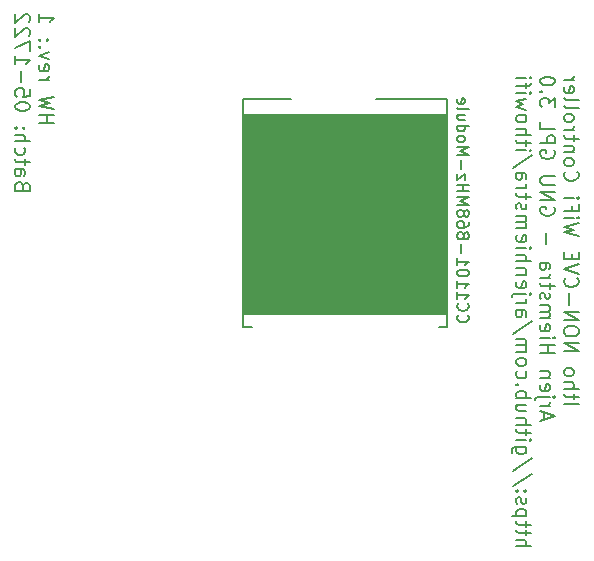
<source format=gbo>
G04 #@! TF.GenerationSoftware,KiCad,Pcbnew,(6.0.1-0)*
G04 #@! TF.CreationDate,2022-04-29T09:17:41+02:00*
G04 #@! TF.ProjectId,ithowifi_4l,6974686f-7769-4666-995f-346c2e6b6963,rev?*
G04 #@! TF.SameCoordinates,Original*
G04 #@! TF.FileFunction,Legend,Bot*
G04 #@! TF.FilePolarity,Positive*
%FSLAX46Y46*%
G04 Gerber Fmt 4.6, Leading zero omitted, Abs format (unit mm)*
G04 Created by KiCad (PCBNEW (6.0.1-0)) date 2022-04-29 09:17:41*
%MOMM*%
%LPD*%
G01*
G04 APERTURE LIST*
%ADD10C,0.100000*%
%ADD11C,0.200000*%
%ADD12C,0.150000*%
G04 APERTURE END LIST*
D10*
X103202000Y-135417558D02*
X85955400Y-135417558D01*
X85955400Y-135417558D02*
X85930000Y-118450358D01*
X85930000Y-118450358D02*
X103202000Y-118450358D01*
X103202000Y-118450358D02*
X103202000Y-135417558D01*
G36*
X103202000Y-135417558D02*
G01*
X85955400Y-135417558D01*
X85930000Y-118450358D01*
X103202000Y-118450358D01*
X103202000Y-135417558D01*
G37*
X103202000Y-135417558D02*
X85955400Y-135417558D01*
X85930000Y-118450358D01*
X103202000Y-118450358D01*
X103202000Y-135417558D01*
D11*
X113075393Y-143011000D02*
X114321393Y-143011000D01*
X113906060Y-142595666D02*
X113906060Y-142121000D01*
X114321393Y-142417666D02*
X113253393Y-142417666D01*
X113134726Y-142358333D01*
X113075393Y-142239666D01*
X113075393Y-142121000D01*
X113075393Y-141705666D02*
X114321393Y-141705666D01*
X113075393Y-141171666D02*
X113728060Y-141171666D01*
X113846726Y-141231000D01*
X113906060Y-141349666D01*
X113906060Y-141527666D01*
X113846726Y-141646333D01*
X113787393Y-141705666D01*
X113075393Y-140400333D02*
X113134726Y-140519000D01*
X113194060Y-140578333D01*
X113312726Y-140637666D01*
X113668726Y-140637666D01*
X113787393Y-140578333D01*
X113846726Y-140519000D01*
X113906060Y-140400333D01*
X113906060Y-140222333D01*
X113846726Y-140103666D01*
X113787393Y-140044333D01*
X113668726Y-139985000D01*
X113312726Y-139985000D01*
X113194060Y-140044333D01*
X113134726Y-140103666D01*
X113075393Y-140222333D01*
X113075393Y-140400333D01*
X113075393Y-138501666D02*
X114321393Y-138501666D01*
X113075393Y-137789666D01*
X114321393Y-137789666D01*
X114321393Y-136959000D02*
X114321393Y-136721666D01*
X114262060Y-136603000D01*
X114143393Y-136484333D01*
X113906060Y-136425000D01*
X113490726Y-136425000D01*
X113253393Y-136484333D01*
X113134726Y-136603000D01*
X113075393Y-136721666D01*
X113075393Y-136959000D01*
X113134726Y-137077666D01*
X113253393Y-137196333D01*
X113490726Y-137255666D01*
X113906060Y-137255666D01*
X114143393Y-137196333D01*
X114262060Y-137077666D01*
X114321393Y-136959000D01*
X113075393Y-135891000D02*
X114321393Y-135891000D01*
X113075393Y-135179000D01*
X114321393Y-135179000D01*
X113550060Y-134585666D02*
X113550060Y-133636333D01*
X113194060Y-132331000D02*
X113134726Y-132390333D01*
X113075393Y-132568333D01*
X113075393Y-132687000D01*
X113134726Y-132865000D01*
X113253393Y-132983666D01*
X113372060Y-133043000D01*
X113609393Y-133102333D01*
X113787393Y-133102333D01*
X114024726Y-133043000D01*
X114143393Y-132983666D01*
X114262060Y-132865000D01*
X114321393Y-132687000D01*
X114321393Y-132568333D01*
X114262060Y-132390333D01*
X114202726Y-132331000D01*
X114321393Y-131975000D02*
X113075393Y-131559666D01*
X114321393Y-131144333D01*
X113728060Y-130729000D02*
X113728060Y-130313666D01*
X113075393Y-130135666D02*
X113075393Y-130729000D01*
X114321393Y-130729000D01*
X114321393Y-130135666D01*
X114321393Y-128771000D02*
X113075393Y-128474333D01*
X113965393Y-128237000D01*
X113075393Y-127999666D01*
X114321393Y-127703000D01*
X113075393Y-127228333D02*
X113906060Y-127228333D01*
X114321393Y-127228333D02*
X114262060Y-127287666D01*
X114202726Y-127228333D01*
X114262060Y-127169000D01*
X114321393Y-127228333D01*
X114202726Y-127228333D01*
X113728060Y-126219666D02*
X113728060Y-126635000D01*
X113075393Y-126635000D02*
X114321393Y-126635000D01*
X114321393Y-126041666D01*
X113075393Y-125567000D02*
X113906060Y-125567000D01*
X114321393Y-125567000D02*
X114262060Y-125626333D01*
X114202726Y-125567000D01*
X114262060Y-125507666D01*
X114321393Y-125567000D01*
X114202726Y-125567000D01*
X113194060Y-123312333D02*
X113134726Y-123371666D01*
X113075393Y-123549666D01*
X113075393Y-123668333D01*
X113134726Y-123846333D01*
X113253393Y-123965000D01*
X113372060Y-124024333D01*
X113609393Y-124083666D01*
X113787393Y-124083666D01*
X114024726Y-124024333D01*
X114143393Y-123965000D01*
X114262060Y-123846333D01*
X114321393Y-123668333D01*
X114321393Y-123549666D01*
X114262060Y-123371666D01*
X114202726Y-123312333D01*
X113075393Y-122600333D02*
X113134726Y-122719000D01*
X113194060Y-122778333D01*
X113312726Y-122837666D01*
X113668726Y-122837666D01*
X113787393Y-122778333D01*
X113846726Y-122719000D01*
X113906060Y-122600333D01*
X113906060Y-122422333D01*
X113846726Y-122303666D01*
X113787393Y-122244333D01*
X113668726Y-122185000D01*
X113312726Y-122185000D01*
X113194060Y-122244333D01*
X113134726Y-122303666D01*
X113075393Y-122422333D01*
X113075393Y-122600333D01*
X113906060Y-121651000D02*
X113075393Y-121651000D01*
X113787393Y-121651000D02*
X113846726Y-121591666D01*
X113906060Y-121473000D01*
X113906060Y-121295000D01*
X113846726Y-121176333D01*
X113728060Y-121117000D01*
X113075393Y-121117000D01*
X113906060Y-120701666D02*
X113906060Y-120227000D01*
X114321393Y-120523666D02*
X113253393Y-120523666D01*
X113134726Y-120464333D01*
X113075393Y-120345666D01*
X113075393Y-120227000D01*
X113075393Y-119811666D02*
X113906060Y-119811666D01*
X113668726Y-119811666D02*
X113787393Y-119752333D01*
X113846726Y-119693000D01*
X113906060Y-119574333D01*
X113906060Y-119455666D01*
X113075393Y-118862333D02*
X113134726Y-118981000D01*
X113194060Y-119040333D01*
X113312726Y-119099666D01*
X113668726Y-119099666D01*
X113787393Y-119040333D01*
X113846726Y-118981000D01*
X113906060Y-118862333D01*
X113906060Y-118684333D01*
X113846726Y-118565666D01*
X113787393Y-118506333D01*
X113668726Y-118447000D01*
X113312726Y-118447000D01*
X113194060Y-118506333D01*
X113134726Y-118565666D01*
X113075393Y-118684333D01*
X113075393Y-118862333D01*
X113075393Y-117735000D02*
X113134726Y-117853666D01*
X113253393Y-117913000D01*
X114321393Y-117913000D01*
X113075393Y-117082333D02*
X113134726Y-117201000D01*
X113253393Y-117260333D01*
X114321393Y-117260333D01*
X113134726Y-116133000D02*
X113075393Y-116251666D01*
X113075393Y-116489000D01*
X113134726Y-116607666D01*
X113253393Y-116667000D01*
X113728060Y-116667000D01*
X113846726Y-116607666D01*
X113906060Y-116489000D01*
X113906060Y-116251666D01*
X113846726Y-116133000D01*
X113728060Y-116073666D01*
X113609393Y-116073666D01*
X113490726Y-116667000D01*
X113075393Y-115539666D02*
X113906060Y-115539666D01*
X113668726Y-115539666D02*
X113787393Y-115480333D01*
X113846726Y-115421000D01*
X113906060Y-115302333D01*
X113906060Y-115183666D01*
X111425333Y-144316333D02*
X111425333Y-143723000D01*
X111069333Y-144435000D02*
X112315333Y-144019666D01*
X111069333Y-143604333D01*
X111069333Y-143189000D02*
X111900000Y-143189000D01*
X111662666Y-143189000D02*
X111781333Y-143129666D01*
X111840666Y-143070333D01*
X111900000Y-142951666D01*
X111900000Y-142833000D01*
X111900000Y-142417666D02*
X110832000Y-142417666D01*
X110713333Y-142477000D01*
X110654000Y-142595666D01*
X110654000Y-142655000D01*
X112315333Y-142417666D02*
X112256000Y-142477000D01*
X112196666Y-142417666D01*
X112256000Y-142358333D01*
X112315333Y-142417666D01*
X112196666Y-142417666D01*
X111128666Y-141349666D02*
X111069333Y-141468333D01*
X111069333Y-141705666D01*
X111128666Y-141824333D01*
X111247333Y-141883666D01*
X111722000Y-141883666D01*
X111840666Y-141824333D01*
X111900000Y-141705666D01*
X111900000Y-141468333D01*
X111840666Y-141349666D01*
X111722000Y-141290333D01*
X111603333Y-141290333D01*
X111484666Y-141883666D01*
X111900000Y-140756333D02*
X111069333Y-140756333D01*
X111781333Y-140756333D02*
X111840666Y-140697000D01*
X111900000Y-140578333D01*
X111900000Y-140400333D01*
X111840666Y-140281666D01*
X111722000Y-140222333D01*
X111069333Y-140222333D01*
X111069333Y-138679666D02*
X112315333Y-138679666D01*
X111722000Y-138679666D02*
X111722000Y-137967666D01*
X111069333Y-137967666D02*
X112315333Y-137967666D01*
X111069333Y-137374333D02*
X111900000Y-137374333D01*
X112315333Y-137374333D02*
X112256000Y-137433666D01*
X112196666Y-137374333D01*
X112256000Y-137315000D01*
X112315333Y-137374333D01*
X112196666Y-137374333D01*
X111128666Y-136306333D02*
X111069333Y-136425000D01*
X111069333Y-136662333D01*
X111128666Y-136781000D01*
X111247333Y-136840333D01*
X111722000Y-136840333D01*
X111840666Y-136781000D01*
X111900000Y-136662333D01*
X111900000Y-136425000D01*
X111840666Y-136306333D01*
X111722000Y-136247000D01*
X111603333Y-136247000D01*
X111484666Y-136840333D01*
X111069333Y-135713000D02*
X111900000Y-135713000D01*
X111781333Y-135713000D02*
X111840666Y-135653666D01*
X111900000Y-135535000D01*
X111900000Y-135357000D01*
X111840666Y-135238333D01*
X111722000Y-135179000D01*
X111069333Y-135179000D01*
X111722000Y-135179000D02*
X111840666Y-135119666D01*
X111900000Y-135001000D01*
X111900000Y-134823000D01*
X111840666Y-134704333D01*
X111722000Y-134645000D01*
X111069333Y-134645000D01*
X111128666Y-134111000D02*
X111069333Y-133992333D01*
X111069333Y-133755000D01*
X111128666Y-133636333D01*
X111247333Y-133577000D01*
X111306666Y-133577000D01*
X111425333Y-133636333D01*
X111484666Y-133755000D01*
X111484666Y-133933000D01*
X111544000Y-134051666D01*
X111662666Y-134111000D01*
X111722000Y-134111000D01*
X111840666Y-134051666D01*
X111900000Y-133933000D01*
X111900000Y-133755000D01*
X111840666Y-133636333D01*
X111900000Y-133221000D02*
X111900000Y-132746333D01*
X112315333Y-133043000D02*
X111247333Y-133043000D01*
X111128666Y-132983666D01*
X111069333Y-132865000D01*
X111069333Y-132746333D01*
X111069333Y-132331000D02*
X111900000Y-132331000D01*
X111662666Y-132331000D02*
X111781333Y-132271666D01*
X111840666Y-132212333D01*
X111900000Y-132093666D01*
X111900000Y-131975000D01*
X111069333Y-131025666D02*
X111722000Y-131025666D01*
X111840666Y-131085000D01*
X111900000Y-131203666D01*
X111900000Y-131441000D01*
X111840666Y-131559666D01*
X111128666Y-131025666D02*
X111069333Y-131144333D01*
X111069333Y-131441000D01*
X111128666Y-131559666D01*
X111247333Y-131619000D01*
X111366000Y-131619000D01*
X111484666Y-131559666D01*
X111544000Y-131441000D01*
X111544000Y-131144333D01*
X111603333Y-131025666D01*
X111544000Y-129483000D02*
X111544000Y-128533666D01*
X112256000Y-126338333D02*
X112315333Y-126457000D01*
X112315333Y-126635000D01*
X112256000Y-126813000D01*
X112137333Y-126931666D01*
X112018666Y-126991000D01*
X111781333Y-127050333D01*
X111603333Y-127050333D01*
X111366000Y-126991000D01*
X111247333Y-126931666D01*
X111128666Y-126813000D01*
X111069333Y-126635000D01*
X111069333Y-126516333D01*
X111128666Y-126338333D01*
X111188000Y-126279000D01*
X111603333Y-126279000D01*
X111603333Y-126516333D01*
X111069333Y-125745000D02*
X112315333Y-125745000D01*
X111069333Y-125033000D01*
X112315333Y-125033000D01*
X112315333Y-124439666D02*
X111306666Y-124439666D01*
X111188000Y-124380333D01*
X111128666Y-124321000D01*
X111069333Y-124202333D01*
X111069333Y-123965000D01*
X111128666Y-123846333D01*
X111188000Y-123787000D01*
X111306666Y-123727666D01*
X112315333Y-123727666D01*
X112256000Y-121532333D02*
X112315333Y-121651000D01*
X112315333Y-121829000D01*
X112256000Y-122007000D01*
X112137333Y-122125666D01*
X112018666Y-122185000D01*
X111781333Y-122244333D01*
X111603333Y-122244333D01*
X111366000Y-122185000D01*
X111247333Y-122125666D01*
X111128666Y-122007000D01*
X111069333Y-121829000D01*
X111069333Y-121710333D01*
X111128666Y-121532333D01*
X111188000Y-121473000D01*
X111603333Y-121473000D01*
X111603333Y-121710333D01*
X111069333Y-120939000D02*
X112315333Y-120939000D01*
X112315333Y-120464333D01*
X112256000Y-120345666D01*
X112196666Y-120286333D01*
X112078000Y-120227000D01*
X111900000Y-120227000D01*
X111781333Y-120286333D01*
X111722000Y-120345666D01*
X111662666Y-120464333D01*
X111662666Y-120939000D01*
X111069333Y-119099666D02*
X111069333Y-119693000D01*
X112315333Y-119693000D01*
X112315333Y-117853666D02*
X112315333Y-117082333D01*
X111840666Y-117497666D01*
X111840666Y-117319666D01*
X111781333Y-117201000D01*
X111722000Y-117141666D01*
X111603333Y-117082333D01*
X111306666Y-117082333D01*
X111188000Y-117141666D01*
X111128666Y-117201000D01*
X111069333Y-117319666D01*
X111069333Y-117675666D01*
X111128666Y-117794333D01*
X111188000Y-117853666D01*
X111188000Y-116548333D02*
X111128666Y-116489000D01*
X111069333Y-116548333D01*
X111128666Y-116607666D01*
X111188000Y-116548333D01*
X111069333Y-116548333D01*
X112315333Y-115717666D02*
X112315333Y-115599000D01*
X112256000Y-115480333D01*
X112196666Y-115421000D01*
X112078000Y-115361666D01*
X111840666Y-115302333D01*
X111544000Y-115302333D01*
X111306666Y-115361666D01*
X111188000Y-115421000D01*
X111128666Y-115480333D01*
X111069333Y-115599000D01*
X111069333Y-115717666D01*
X111128666Y-115836333D01*
X111188000Y-115895666D01*
X111306666Y-115955000D01*
X111544000Y-116014333D01*
X111840666Y-116014333D01*
X112078000Y-115955000D01*
X112196666Y-115895666D01*
X112256000Y-115836333D01*
X112315333Y-115717666D01*
X109063273Y-155055666D02*
X110309273Y-155055666D01*
X109063273Y-154521666D02*
X109715940Y-154521666D01*
X109834606Y-154581000D01*
X109893940Y-154699666D01*
X109893940Y-154877666D01*
X109834606Y-154996333D01*
X109775273Y-155055666D01*
X109893940Y-154106333D02*
X109893940Y-153631666D01*
X110309273Y-153928333D02*
X109241273Y-153928333D01*
X109122606Y-153869000D01*
X109063273Y-153750333D01*
X109063273Y-153631666D01*
X109893940Y-153394333D02*
X109893940Y-152919666D01*
X110309273Y-153216333D02*
X109241273Y-153216333D01*
X109122606Y-153157000D01*
X109063273Y-153038333D01*
X109063273Y-152919666D01*
X109893940Y-152504333D02*
X108647940Y-152504333D01*
X109834606Y-152504333D02*
X109893940Y-152385666D01*
X109893940Y-152148333D01*
X109834606Y-152029666D01*
X109775273Y-151970333D01*
X109656606Y-151911000D01*
X109300606Y-151911000D01*
X109181940Y-151970333D01*
X109122606Y-152029666D01*
X109063273Y-152148333D01*
X109063273Y-152385666D01*
X109122606Y-152504333D01*
X109122606Y-151436333D02*
X109063273Y-151317666D01*
X109063273Y-151080333D01*
X109122606Y-150961666D01*
X109241273Y-150902333D01*
X109300606Y-150902333D01*
X109419273Y-150961666D01*
X109478606Y-151080333D01*
X109478606Y-151258333D01*
X109537940Y-151377000D01*
X109656606Y-151436333D01*
X109715940Y-151436333D01*
X109834606Y-151377000D01*
X109893940Y-151258333D01*
X109893940Y-151080333D01*
X109834606Y-150961666D01*
X109181940Y-150368333D02*
X109122606Y-150309000D01*
X109063273Y-150368333D01*
X109122606Y-150427666D01*
X109181940Y-150368333D01*
X109063273Y-150368333D01*
X109834606Y-150368333D02*
X109775273Y-150309000D01*
X109715940Y-150368333D01*
X109775273Y-150427666D01*
X109834606Y-150368333D01*
X109715940Y-150368333D01*
X110368606Y-148885000D02*
X108766606Y-149953000D01*
X110368606Y-147579666D02*
X108766606Y-148647666D01*
X109893940Y-146630333D02*
X108885273Y-146630333D01*
X108766606Y-146689666D01*
X108707273Y-146749000D01*
X108647940Y-146867666D01*
X108647940Y-147045666D01*
X108707273Y-147164333D01*
X109122606Y-146630333D02*
X109063273Y-146749000D01*
X109063273Y-146986333D01*
X109122606Y-147105000D01*
X109181940Y-147164333D01*
X109300606Y-147223666D01*
X109656606Y-147223666D01*
X109775273Y-147164333D01*
X109834606Y-147105000D01*
X109893940Y-146986333D01*
X109893940Y-146749000D01*
X109834606Y-146630333D01*
X109063273Y-146037000D02*
X109893940Y-146037000D01*
X110309273Y-146037000D02*
X110249940Y-146096333D01*
X110190606Y-146037000D01*
X110249940Y-145977666D01*
X110309273Y-146037000D01*
X110190606Y-146037000D01*
X109893940Y-145621666D02*
X109893940Y-145147000D01*
X110309273Y-145443666D02*
X109241273Y-145443666D01*
X109122606Y-145384333D01*
X109063273Y-145265666D01*
X109063273Y-145147000D01*
X109063273Y-144731666D02*
X110309273Y-144731666D01*
X109063273Y-144197666D02*
X109715940Y-144197666D01*
X109834606Y-144257000D01*
X109893940Y-144375666D01*
X109893940Y-144553666D01*
X109834606Y-144672333D01*
X109775273Y-144731666D01*
X109893940Y-143070333D02*
X109063273Y-143070333D01*
X109893940Y-143604333D02*
X109241273Y-143604333D01*
X109122606Y-143545000D01*
X109063273Y-143426333D01*
X109063273Y-143248333D01*
X109122606Y-143129666D01*
X109181940Y-143070333D01*
X109063273Y-142477000D02*
X110309273Y-142477000D01*
X109834606Y-142477000D02*
X109893940Y-142358333D01*
X109893940Y-142121000D01*
X109834606Y-142002333D01*
X109775273Y-141943000D01*
X109656606Y-141883666D01*
X109300606Y-141883666D01*
X109181940Y-141943000D01*
X109122606Y-142002333D01*
X109063273Y-142121000D01*
X109063273Y-142358333D01*
X109122606Y-142477000D01*
X109181940Y-141349666D02*
X109122606Y-141290333D01*
X109063273Y-141349666D01*
X109122606Y-141409000D01*
X109181940Y-141349666D01*
X109063273Y-141349666D01*
X109122606Y-140222333D02*
X109063273Y-140341000D01*
X109063273Y-140578333D01*
X109122606Y-140697000D01*
X109181940Y-140756333D01*
X109300606Y-140815666D01*
X109656606Y-140815666D01*
X109775273Y-140756333D01*
X109834606Y-140697000D01*
X109893940Y-140578333D01*
X109893940Y-140341000D01*
X109834606Y-140222333D01*
X109063273Y-139510333D02*
X109122606Y-139629000D01*
X109181940Y-139688333D01*
X109300606Y-139747666D01*
X109656606Y-139747666D01*
X109775273Y-139688333D01*
X109834606Y-139629000D01*
X109893940Y-139510333D01*
X109893940Y-139332333D01*
X109834606Y-139213666D01*
X109775273Y-139154333D01*
X109656606Y-139095000D01*
X109300606Y-139095000D01*
X109181940Y-139154333D01*
X109122606Y-139213666D01*
X109063273Y-139332333D01*
X109063273Y-139510333D01*
X109063273Y-138561000D02*
X109893940Y-138561000D01*
X109775273Y-138561000D02*
X109834606Y-138501666D01*
X109893940Y-138383000D01*
X109893940Y-138205000D01*
X109834606Y-138086333D01*
X109715940Y-138027000D01*
X109063273Y-138027000D01*
X109715940Y-138027000D02*
X109834606Y-137967666D01*
X109893940Y-137849000D01*
X109893940Y-137671000D01*
X109834606Y-137552333D01*
X109715940Y-137493000D01*
X109063273Y-137493000D01*
X110368606Y-136009666D02*
X108766606Y-137077666D01*
X109063273Y-135060333D02*
X109715940Y-135060333D01*
X109834606Y-135119666D01*
X109893940Y-135238333D01*
X109893940Y-135475666D01*
X109834606Y-135594333D01*
X109122606Y-135060333D02*
X109063273Y-135179000D01*
X109063273Y-135475666D01*
X109122606Y-135594333D01*
X109241273Y-135653666D01*
X109359940Y-135653666D01*
X109478606Y-135594333D01*
X109537940Y-135475666D01*
X109537940Y-135179000D01*
X109597273Y-135060333D01*
X109063273Y-134467000D02*
X109893940Y-134467000D01*
X109656606Y-134467000D02*
X109775273Y-134407666D01*
X109834606Y-134348333D01*
X109893940Y-134229666D01*
X109893940Y-134111000D01*
X109893940Y-133695666D02*
X108825940Y-133695666D01*
X108707273Y-133755000D01*
X108647940Y-133873666D01*
X108647940Y-133933000D01*
X110309273Y-133695666D02*
X110249940Y-133755000D01*
X110190606Y-133695666D01*
X110249940Y-133636333D01*
X110309273Y-133695666D01*
X110190606Y-133695666D01*
X109122606Y-132627666D02*
X109063273Y-132746333D01*
X109063273Y-132983666D01*
X109122606Y-133102333D01*
X109241273Y-133161666D01*
X109715940Y-133161666D01*
X109834606Y-133102333D01*
X109893940Y-132983666D01*
X109893940Y-132746333D01*
X109834606Y-132627666D01*
X109715940Y-132568333D01*
X109597273Y-132568333D01*
X109478606Y-133161666D01*
X109893940Y-132034333D02*
X109063273Y-132034333D01*
X109775273Y-132034333D02*
X109834606Y-131975000D01*
X109893940Y-131856333D01*
X109893940Y-131678333D01*
X109834606Y-131559666D01*
X109715940Y-131500333D01*
X109063273Y-131500333D01*
X109063273Y-130907000D02*
X110309273Y-130907000D01*
X109063273Y-130373000D02*
X109715940Y-130373000D01*
X109834606Y-130432333D01*
X109893940Y-130551000D01*
X109893940Y-130729000D01*
X109834606Y-130847666D01*
X109775273Y-130907000D01*
X109063273Y-129779666D02*
X109893940Y-129779666D01*
X110309273Y-129779666D02*
X110249940Y-129839000D01*
X110190606Y-129779666D01*
X110249940Y-129720333D01*
X110309273Y-129779666D01*
X110190606Y-129779666D01*
X109122606Y-128711666D02*
X109063273Y-128830333D01*
X109063273Y-129067666D01*
X109122606Y-129186333D01*
X109241273Y-129245666D01*
X109715940Y-129245666D01*
X109834606Y-129186333D01*
X109893940Y-129067666D01*
X109893940Y-128830333D01*
X109834606Y-128711666D01*
X109715940Y-128652333D01*
X109597273Y-128652333D01*
X109478606Y-129245666D01*
X109063273Y-128118333D02*
X109893940Y-128118333D01*
X109775273Y-128118333D02*
X109834606Y-128059000D01*
X109893940Y-127940333D01*
X109893940Y-127762333D01*
X109834606Y-127643666D01*
X109715940Y-127584333D01*
X109063273Y-127584333D01*
X109715940Y-127584333D02*
X109834606Y-127525000D01*
X109893940Y-127406333D01*
X109893940Y-127228333D01*
X109834606Y-127109666D01*
X109715940Y-127050333D01*
X109063273Y-127050333D01*
X109122606Y-126516333D02*
X109063273Y-126397666D01*
X109063273Y-126160333D01*
X109122606Y-126041666D01*
X109241273Y-125982333D01*
X109300606Y-125982333D01*
X109419273Y-126041666D01*
X109478606Y-126160333D01*
X109478606Y-126338333D01*
X109537940Y-126457000D01*
X109656606Y-126516333D01*
X109715940Y-126516333D01*
X109834606Y-126457000D01*
X109893940Y-126338333D01*
X109893940Y-126160333D01*
X109834606Y-126041666D01*
X109893940Y-125626333D02*
X109893940Y-125151666D01*
X110309273Y-125448333D02*
X109241273Y-125448333D01*
X109122606Y-125389000D01*
X109063273Y-125270333D01*
X109063273Y-125151666D01*
X109063273Y-124736333D02*
X109893940Y-124736333D01*
X109656606Y-124736333D02*
X109775273Y-124677000D01*
X109834606Y-124617666D01*
X109893940Y-124499000D01*
X109893940Y-124380333D01*
X109063273Y-123431000D02*
X109715940Y-123431000D01*
X109834606Y-123490333D01*
X109893940Y-123609000D01*
X109893940Y-123846333D01*
X109834606Y-123965000D01*
X109122606Y-123431000D02*
X109063273Y-123549666D01*
X109063273Y-123846333D01*
X109122606Y-123965000D01*
X109241273Y-124024333D01*
X109359940Y-124024333D01*
X109478606Y-123965000D01*
X109537940Y-123846333D01*
X109537940Y-123549666D01*
X109597273Y-123431000D01*
X110368606Y-121947666D02*
X108766606Y-123015666D01*
X109063273Y-121532333D02*
X109893940Y-121532333D01*
X110309273Y-121532333D02*
X110249940Y-121591666D01*
X110190606Y-121532333D01*
X110249940Y-121473000D01*
X110309273Y-121532333D01*
X110190606Y-121532333D01*
X109893940Y-121117000D02*
X109893940Y-120642333D01*
X110309273Y-120939000D02*
X109241273Y-120939000D01*
X109122606Y-120879666D01*
X109063273Y-120761000D01*
X109063273Y-120642333D01*
X109063273Y-120227000D02*
X110309273Y-120227000D01*
X109063273Y-119693000D02*
X109715940Y-119693000D01*
X109834606Y-119752333D01*
X109893940Y-119871000D01*
X109893940Y-120049000D01*
X109834606Y-120167666D01*
X109775273Y-120227000D01*
X109063273Y-118921666D02*
X109122606Y-119040333D01*
X109181940Y-119099666D01*
X109300606Y-119159000D01*
X109656606Y-119159000D01*
X109775273Y-119099666D01*
X109834606Y-119040333D01*
X109893940Y-118921666D01*
X109893940Y-118743666D01*
X109834606Y-118625000D01*
X109775273Y-118565666D01*
X109656606Y-118506333D01*
X109300606Y-118506333D01*
X109181940Y-118565666D01*
X109122606Y-118625000D01*
X109063273Y-118743666D01*
X109063273Y-118921666D01*
X109893940Y-118091000D02*
X109063273Y-117853666D01*
X109656606Y-117616333D01*
X109063273Y-117379000D01*
X109893940Y-117141666D01*
X109063273Y-116667000D02*
X109893940Y-116667000D01*
X110309273Y-116667000D02*
X110249940Y-116726333D01*
X110190606Y-116667000D01*
X110249940Y-116607666D01*
X110309273Y-116667000D01*
X110190606Y-116667000D01*
X109893940Y-116251666D02*
X109893940Y-115777000D01*
X109063273Y-116073666D02*
X110131273Y-116073666D01*
X110249940Y-116014333D01*
X110309273Y-115895666D01*
X110309273Y-115777000D01*
X109063273Y-115361666D02*
X109893940Y-115361666D01*
X110309273Y-115361666D02*
X110249940Y-115421000D01*
X110190606Y-115361666D01*
X110249940Y-115302333D01*
X110309273Y-115361666D01*
X110190606Y-115361666D01*
X68638363Y-119224333D02*
X69884363Y-119224333D01*
X69291030Y-119224333D02*
X69291030Y-118512333D01*
X68638363Y-118512333D02*
X69884363Y-118512333D01*
X69884363Y-118037666D02*
X68638363Y-117741000D01*
X69528363Y-117503666D01*
X68638363Y-117266333D01*
X69884363Y-116969666D01*
X68638363Y-115545666D02*
X69469030Y-115545666D01*
X69231696Y-115545666D02*
X69350363Y-115486333D01*
X69409696Y-115427000D01*
X69469030Y-115308333D01*
X69469030Y-115189666D01*
X68697696Y-114299666D02*
X68638363Y-114418333D01*
X68638363Y-114655666D01*
X68697696Y-114774333D01*
X68816363Y-114833666D01*
X69291030Y-114833666D01*
X69409696Y-114774333D01*
X69469030Y-114655666D01*
X69469030Y-114418333D01*
X69409696Y-114299666D01*
X69291030Y-114240333D01*
X69172363Y-114240333D01*
X69053696Y-114833666D01*
X69469030Y-113825000D02*
X68638363Y-113528333D01*
X69469030Y-113231666D01*
X68757030Y-112757000D02*
X68697696Y-112697666D01*
X68638363Y-112757000D01*
X68697696Y-112816333D01*
X68757030Y-112757000D01*
X68638363Y-112757000D01*
X68757030Y-112163666D02*
X68697696Y-112104333D01*
X68638363Y-112163666D01*
X68697696Y-112223000D01*
X68757030Y-112163666D01*
X68638363Y-112163666D01*
X69409696Y-112163666D02*
X69350363Y-112104333D01*
X69291030Y-112163666D01*
X69350363Y-112223000D01*
X69409696Y-112163666D01*
X69291030Y-112163666D01*
X68638363Y-109968333D02*
X68638363Y-110680333D01*
X68638363Y-110324333D02*
X69884363Y-110324333D01*
X69706363Y-110443000D01*
X69587696Y-110561666D01*
X69528363Y-110680333D01*
X67284970Y-124505000D02*
X67225636Y-124327000D01*
X67166303Y-124267666D01*
X67047636Y-124208333D01*
X66869636Y-124208333D01*
X66750970Y-124267666D01*
X66691636Y-124327000D01*
X66632303Y-124445666D01*
X66632303Y-124920333D01*
X67878303Y-124920333D01*
X67878303Y-124505000D01*
X67818970Y-124386333D01*
X67759636Y-124327000D01*
X67640970Y-124267666D01*
X67522303Y-124267666D01*
X67403636Y-124327000D01*
X67344303Y-124386333D01*
X67284970Y-124505000D01*
X67284970Y-124920333D01*
X66632303Y-123140333D02*
X67284970Y-123140333D01*
X67403636Y-123199666D01*
X67462970Y-123318333D01*
X67462970Y-123555666D01*
X67403636Y-123674333D01*
X66691636Y-123140333D02*
X66632303Y-123259000D01*
X66632303Y-123555666D01*
X66691636Y-123674333D01*
X66810303Y-123733666D01*
X66928970Y-123733666D01*
X67047636Y-123674333D01*
X67106970Y-123555666D01*
X67106970Y-123259000D01*
X67166303Y-123140333D01*
X67462970Y-122725000D02*
X67462970Y-122250333D01*
X67878303Y-122547000D02*
X66810303Y-122547000D01*
X66691636Y-122487666D01*
X66632303Y-122369000D01*
X66632303Y-122250333D01*
X66691636Y-121301000D02*
X66632303Y-121419666D01*
X66632303Y-121657000D01*
X66691636Y-121775666D01*
X66750970Y-121835000D01*
X66869636Y-121894333D01*
X67225636Y-121894333D01*
X67344303Y-121835000D01*
X67403636Y-121775666D01*
X67462970Y-121657000D01*
X67462970Y-121419666D01*
X67403636Y-121301000D01*
X66632303Y-120767000D02*
X67878303Y-120767000D01*
X66632303Y-120233000D02*
X67284970Y-120233000D01*
X67403636Y-120292333D01*
X67462970Y-120411000D01*
X67462970Y-120589000D01*
X67403636Y-120707666D01*
X67344303Y-120767000D01*
X66750970Y-119639666D02*
X66691636Y-119580333D01*
X66632303Y-119639666D01*
X66691636Y-119699000D01*
X66750970Y-119639666D01*
X66632303Y-119639666D01*
X67403636Y-119639666D02*
X67344303Y-119580333D01*
X67284970Y-119639666D01*
X67344303Y-119699000D01*
X67403636Y-119639666D01*
X67284970Y-119639666D01*
X67878303Y-117859666D02*
X67878303Y-117741000D01*
X67818970Y-117622333D01*
X67759636Y-117563000D01*
X67640970Y-117503666D01*
X67403636Y-117444333D01*
X67106970Y-117444333D01*
X66869636Y-117503666D01*
X66750970Y-117563000D01*
X66691636Y-117622333D01*
X66632303Y-117741000D01*
X66632303Y-117859666D01*
X66691636Y-117978333D01*
X66750970Y-118037666D01*
X66869636Y-118097000D01*
X67106970Y-118156333D01*
X67403636Y-118156333D01*
X67640970Y-118097000D01*
X67759636Y-118037666D01*
X67818970Y-117978333D01*
X67878303Y-117859666D01*
X67878303Y-116317000D02*
X67878303Y-116910333D01*
X67284970Y-116969666D01*
X67344303Y-116910333D01*
X67403636Y-116791666D01*
X67403636Y-116495000D01*
X67344303Y-116376333D01*
X67284970Y-116317000D01*
X67166303Y-116257666D01*
X66869636Y-116257666D01*
X66750970Y-116317000D01*
X66691636Y-116376333D01*
X66632303Y-116495000D01*
X66632303Y-116791666D01*
X66691636Y-116910333D01*
X66750970Y-116969666D01*
X67106970Y-115723666D02*
X67106970Y-114774333D01*
X66632303Y-113528333D02*
X66632303Y-114240333D01*
X66632303Y-113884333D02*
X67878303Y-113884333D01*
X67700303Y-114003000D01*
X67581636Y-114121666D01*
X67522303Y-114240333D01*
X67878303Y-113113000D02*
X67878303Y-112282333D01*
X66632303Y-112816333D01*
X67759636Y-111867000D02*
X67818970Y-111807666D01*
X67878303Y-111689000D01*
X67878303Y-111392333D01*
X67818970Y-111273666D01*
X67759636Y-111214333D01*
X67640970Y-111155000D01*
X67522303Y-111155000D01*
X67344303Y-111214333D01*
X66632303Y-111926333D01*
X66632303Y-111155000D01*
X67759636Y-110680333D02*
X67818970Y-110621000D01*
X67878303Y-110502333D01*
X67878303Y-110205666D01*
X67818970Y-110087000D01*
X67759636Y-110027666D01*
X67640970Y-109968333D01*
X67522303Y-109968333D01*
X67344303Y-110027666D01*
X66632303Y-110739666D01*
X66632303Y-109968333D01*
D12*
X104118848Y-135474298D02*
X104071229Y-135521917D01*
X104023610Y-135664774D01*
X104023610Y-135760012D01*
X104071229Y-135902869D01*
X104166467Y-135998107D01*
X104261705Y-136045726D01*
X104452181Y-136093346D01*
X104595038Y-136093346D01*
X104785514Y-136045726D01*
X104880752Y-135998107D01*
X104975991Y-135902869D01*
X105023610Y-135760012D01*
X105023610Y-135664774D01*
X104975991Y-135521917D01*
X104928371Y-135474298D01*
X104118848Y-134474298D02*
X104071229Y-134521917D01*
X104023610Y-134664774D01*
X104023610Y-134760012D01*
X104071229Y-134902869D01*
X104166467Y-134998107D01*
X104261705Y-135045726D01*
X104452181Y-135093346D01*
X104595038Y-135093346D01*
X104785514Y-135045726D01*
X104880752Y-134998107D01*
X104975991Y-134902869D01*
X105023610Y-134760012D01*
X105023610Y-134664774D01*
X104975991Y-134521917D01*
X104928371Y-134474298D01*
X104023610Y-133521917D02*
X104023610Y-134093346D01*
X104023610Y-133807631D02*
X105023610Y-133807631D01*
X104880752Y-133902869D01*
X104785514Y-133998107D01*
X104737895Y-134093346D01*
X104023610Y-132569536D02*
X104023610Y-133140965D01*
X104023610Y-132855250D02*
X105023610Y-132855250D01*
X104880752Y-132950488D01*
X104785514Y-133045726D01*
X104737895Y-133140965D01*
X105023610Y-131950488D02*
X105023610Y-131855250D01*
X104975991Y-131760012D01*
X104928371Y-131712393D01*
X104833133Y-131664774D01*
X104642657Y-131617155D01*
X104404562Y-131617155D01*
X104214086Y-131664774D01*
X104118848Y-131712393D01*
X104071229Y-131760012D01*
X104023610Y-131855250D01*
X104023610Y-131950488D01*
X104071229Y-132045726D01*
X104118848Y-132093346D01*
X104214086Y-132140965D01*
X104404562Y-132188584D01*
X104642657Y-132188584D01*
X104833133Y-132140965D01*
X104928371Y-132093346D01*
X104975991Y-132045726D01*
X105023610Y-131950488D01*
X104023610Y-130664774D02*
X104023610Y-131236203D01*
X104023610Y-130950488D02*
X105023610Y-130950488D01*
X104880752Y-131045726D01*
X104785514Y-131140965D01*
X104737895Y-131236203D01*
X104404562Y-130236203D02*
X104404562Y-129474298D01*
X104595038Y-128855250D02*
X104642657Y-128950488D01*
X104690276Y-128998107D01*
X104785514Y-129045726D01*
X104833133Y-129045726D01*
X104928371Y-128998107D01*
X104975991Y-128950488D01*
X105023610Y-128855250D01*
X105023610Y-128664774D01*
X104975991Y-128569536D01*
X104928371Y-128521917D01*
X104833133Y-128474298D01*
X104785514Y-128474298D01*
X104690276Y-128521917D01*
X104642657Y-128569536D01*
X104595038Y-128664774D01*
X104595038Y-128855250D01*
X104547419Y-128950488D01*
X104499800Y-128998107D01*
X104404562Y-129045726D01*
X104214086Y-129045726D01*
X104118848Y-128998107D01*
X104071229Y-128950488D01*
X104023610Y-128855250D01*
X104023610Y-128664774D01*
X104071229Y-128569536D01*
X104118848Y-128521917D01*
X104214086Y-128474298D01*
X104404562Y-128474298D01*
X104499800Y-128521917D01*
X104547419Y-128569536D01*
X104595038Y-128664774D01*
X105023610Y-127617155D02*
X105023610Y-127807631D01*
X104975991Y-127902869D01*
X104928371Y-127950488D01*
X104785514Y-128045726D01*
X104595038Y-128093346D01*
X104214086Y-128093346D01*
X104118848Y-128045726D01*
X104071229Y-127998107D01*
X104023610Y-127902869D01*
X104023610Y-127712393D01*
X104071229Y-127617155D01*
X104118848Y-127569536D01*
X104214086Y-127521917D01*
X104452181Y-127521917D01*
X104547419Y-127569536D01*
X104595038Y-127617155D01*
X104642657Y-127712393D01*
X104642657Y-127902869D01*
X104595038Y-127998107D01*
X104547419Y-128045726D01*
X104452181Y-128093346D01*
X104595038Y-126950488D02*
X104642657Y-127045726D01*
X104690276Y-127093346D01*
X104785514Y-127140965D01*
X104833133Y-127140965D01*
X104928371Y-127093346D01*
X104975991Y-127045726D01*
X105023610Y-126950488D01*
X105023610Y-126760012D01*
X104975991Y-126664774D01*
X104928371Y-126617155D01*
X104833133Y-126569536D01*
X104785514Y-126569536D01*
X104690276Y-126617155D01*
X104642657Y-126664774D01*
X104595038Y-126760012D01*
X104595038Y-126950488D01*
X104547419Y-127045726D01*
X104499800Y-127093346D01*
X104404562Y-127140965D01*
X104214086Y-127140965D01*
X104118848Y-127093346D01*
X104071229Y-127045726D01*
X104023610Y-126950488D01*
X104023610Y-126760012D01*
X104071229Y-126664774D01*
X104118848Y-126617155D01*
X104214086Y-126569536D01*
X104404562Y-126569536D01*
X104499800Y-126617155D01*
X104547419Y-126664774D01*
X104595038Y-126760012D01*
X104023610Y-126140965D02*
X105023610Y-126140965D01*
X104309324Y-125807631D01*
X105023610Y-125474298D01*
X104023610Y-125474298D01*
X104023610Y-124998107D02*
X105023610Y-124998107D01*
X104547419Y-124998107D02*
X104547419Y-124426679D01*
X104023610Y-124426679D02*
X105023610Y-124426679D01*
X104690276Y-124045726D02*
X104690276Y-123521917D01*
X104023610Y-124045726D01*
X104023610Y-123521917D01*
X104404562Y-123140965D02*
X104404562Y-122379060D01*
X104023610Y-121902869D02*
X105023610Y-121902869D01*
X104309324Y-121569536D01*
X105023610Y-121236203D01*
X104023610Y-121236203D01*
X104023610Y-120617155D02*
X104071229Y-120712393D01*
X104118848Y-120760012D01*
X104214086Y-120807631D01*
X104499800Y-120807631D01*
X104595038Y-120760012D01*
X104642657Y-120712393D01*
X104690276Y-120617155D01*
X104690276Y-120474298D01*
X104642657Y-120379060D01*
X104595038Y-120331441D01*
X104499800Y-120283822D01*
X104214086Y-120283822D01*
X104118848Y-120331441D01*
X104071229Y-120379060D01*
X104023610Y-120474298D01*
X104023610Y-120617155D01*
X104023610Y-119426679D02*
X105023610Y-119426679D01*
X104071229Y-119426679D02*
X104023610Y-119521917D01*
X104023610Y-119712393D01*
X104071229Y-119807631D01*
X104118848Y-119855250D01*
X104214086Y-119902869D01*
X104499800Y-119902869D01*
X104595038Y-119855250D01*
X104642657Y-119807631D01*
X104690276Y-119712393D01*
X104690276Y-119521917D01*
X104642657Y-119426679D01*
X104690276Y-118521917D02*
X104023610Y-118521917D01*
X104690276Y-118950488D02*
X104166467Y-118950488D01*
X104071229Y-118902869D01*
X104023610Y-118807631D01*
X104023610Y-118664774D01*
X104071229Y-118569536D01*
X104118848Y-118521917D01*
X104023610Y-117902869D02*
X104071229Y-117998107D01*
X104166467Y-118045726D01*
X105023610Y-118045726D01*
X104071229Y-117140965D02*
X104023610Y-117236203D01*
X104023610Y-117426679D01*
X104071229Y-117521917D01*
X104166467Y-117569536D01*
X104547419Y-117569536D01*
X104642657Y-117521917D01*
X104690276Y-117426679D01*
X104690276Y-117236203D01*
X104642657Y-117140965D01*
X104547419Y-117093346D01*
X104452181Y-117093346D01*
X104356943Y-117569536D01*
X85920000Y-117197358D02*
X85920000Y-136497358D01*
X85920000Y-136497358D02*
X86670000Y-136497358D01*
X89945000Y-117197358D02*
X85920000Y-117197358D01*
X103220000Y-136497358D02*
X103220000Y-117197358D01*
X103220000Y-117197358D02*
X97195000Y-117197358D01*
X102470000Y-136497358D02*
X103220000Y-136497358D01*
M02*

</source>
